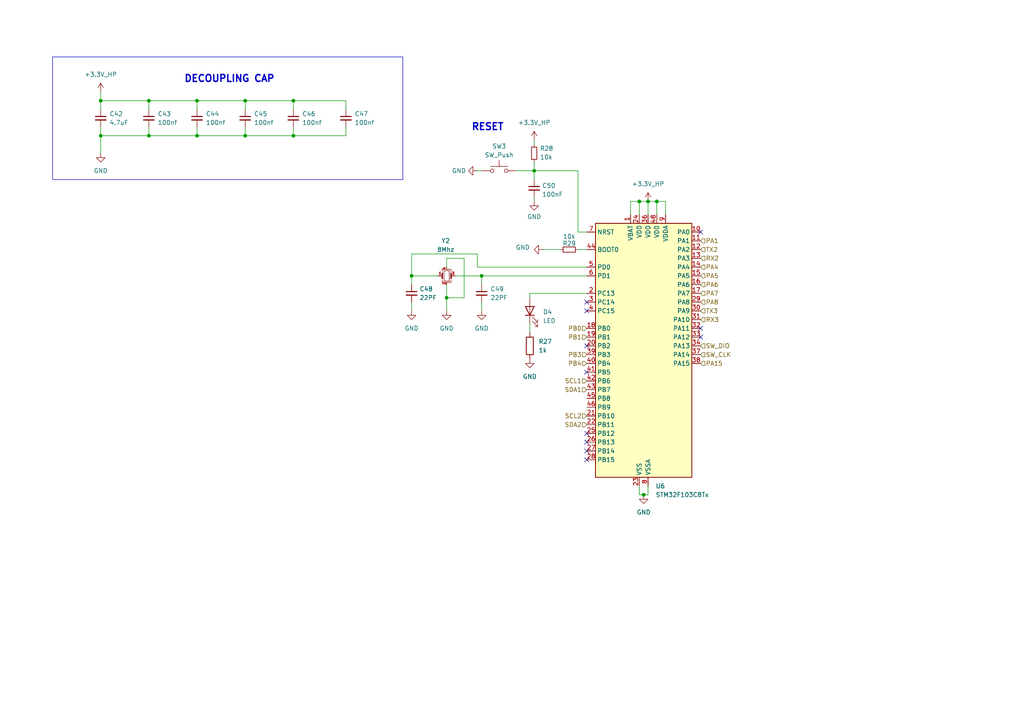
<source format=kicad_sch>
(kicad_sch (version 20231120) (generator "eeschema") (generator_version "8.0")
  (paper "A4")
  (lib_symbols
    (symbol "Device:C_Small" (pin_numbers hide) (pin_names (offset 0.254) hide)
      (property "Reference" "C" (at 0.254 1.778 0))
      (property "Value" "C_Small" (at 0.254 -2.032 0))
      (symbol "C_Small_0_1"
        (polyline (pts (xy -1.524 -0.508) (xy 1.524 -0.508)) (stroke (width 0.3302)))
        (polyline (pts (xy -1.524 0.508) (xy 1.524 0.508)) (stroke (width 0.3048)))
      )
      (symbol "C_Small_1_1"
        (pin passive line (at 0 2.54 270) (length 2.032) (name "~") (number "1"))
        (pin passive line (at 0 -2.54 90) (length 2.032) (name "~") (number "2"))
      )
    )
    (symbol "Device:Crystal_GND24_Small" (pin_names (offset 1.016) hide)
      (property "Reference" "Y" (at 1.27 4.445 0))
      (property "Value" "Crystal_GND24_Small" (at 1.27 2.54 0))
      (symbol "Crystal_GND24_Small_0_1"
        (rectangle (start -0.762 -1.524) (end 0.762 1.524))
        (polyline (pts (xy -1.27 -0.762) (xy -1.27 0.762)) (stroke (width 0.381)))
        (polyline (pts (xy 1.27 -0.762) (xy 1.27 0.762)) (stroke (width 0.381)))
        (polyline (pts (xy -1.27 -1.27) (xy -1.27 -1.905) (xy 1.27 -1.905) (xy 1.27 -1.27)))
        (polyline (pts (xy -1.27 1.27) (xy -1.27 1.905) (xy 1.27 1.905) (xy 1.27 1.27)))
      )
      (symbol "Crystal_GND24_Small_1_1"
        (pin passive line (at -2.54 0 0) (length 1.27) (name "1") (number "1"))
        (pin passive line (at 0 -2.54 90) (length 0.635) (name "2") (number "2"))
        (pin passive line (at 2.54 0 180) (length 1.27) (name "3") (number "3"))
        (pin passive line (at 0 2.54 270) (length 0.635) (name "4") (number "4"))
      )
    )
    (symbol "Device:LED" (pin_numbers hide) (pin_names (offset 1.016) hide)
      (property "Reference" "D" (at 0 2.54 0))
      (property "Value" "LED" (at 0 -2.54 0))
      (symbol "LED_0_1"
        (polyline (pts (xy -1.27 -1.27) (xy -1.27 1.27)) (stroke (width 0.254)))
        (polyline (pts (xy -1.27 0) (xy 1.27 0)))
        (polyline (pts (xy 1.27 -1.27) (xy 1.27 1.27) (xy -1.27 0) (xy 1.27 -1.27)) (stroke (width 0.254)))
        (polyline (pts (xy -3.048 -0.762) (xy -4.572 -2.286) (xy -3.81 -2.286) (xy -4.572 -2.286) (xy -4.572 -1.524)))
        (polyline (pts (xy -1.778 -0.762) (xy -3.302 -2.286) (xy -2.54 -2.286) (xy -3.302 -2.286) (xy -3.302 -1.524)))
      )
      (symbol "LED_1_1"
        (pin passive line (at -3.81 0 0) (length 2.54) (name "K") (number "1"))
        (pin passive line (at 3.81 0 180) (length 2.54) (name "A") (number "2"))
      )
    )
    (symbol "Device:R" (pin_numbers hide) (pin_names (offset 0))
      (property "Reference" "R" (at 2.032 0 90))
      (property "Value" "R" (at 0 0 90))
      (symbol "R_0_1"
        (rectangle (start -1.016 -2.54) (end 1.016 2.54) (stroke (width 0.254)))
      )
      (symbol "R_1_1"
        (pin passive line (at 0 3.81 270) (length 1.27) (name "~") (number "1"))
        (pin passive line (at 0 -3.81 90) (length 1.27) (name "~") (number "2"))
      )
    )
    (symbol "Device:R_Small" (pin_numbers hide) (pin_names (offset 0.254) hide)
      (property "Reference" "R" (at 0.762 0.508 0))
      (property "Value" "R_Small" (at 0.762 -1.016 0))
      (symbol "R_Small_0_1"
        (rectangle (start -0.762 1.778) (end 0.762 -1.778) (stroke (width 0.2032)))
      )
      (symbol "R_Small_1_1"
        (pin passive line (at 0 2.54 270) (length 0.762) (name "~") (number "1"))
        (pin passive line (at 0 -2.54 90) (length 0.762) (name "~") (number "2"))
      )
    )
    (symbol "MCU_ST_STM32F1:STM32F103C8Tx"
      (property "Reference" "U" (at -12.7 39.37 0))
      (property "Value" "STM32F103C8Tx" (at 10.16 39.37 0))
      (symbol "STM32F103C8Tx_0_1"
        (rectangle (start -12.7 -35.56) (end 15.24 38.1) (stroke (width 0.254)) (fill (type background)))
      )
      (symbol "STM32F103C8Tx_1_1"
        (pin power_in line (at -2.54 40.64 270) (length 2.54) (name "VBAT") (number "1"))
        (pin bidirectional line (at 17.78 35.56 180) (length 2.54) (name "PA0") (number "10"))
        (pin bidirectional line (at 17.78 33.02 180) (length 2.54) (name "PA1") (number "11"))
        (pin bidirectional line (at 17.78 30.48 180) (length 2.54) (name "PA2") (number "12"))
        (pin bidirectional line (at 17.78 27.94 180) (length 2.54) (name "PA3") (number "13"))
        (pin bidirectional line (at 17.78 25.4 180) (length 2.54) (name "PA4") (number "14"))
        (pin bidirectional line (at 17.78 22.86 180) (length 2.54) (name "PA5") (number "15"))
        (pin bidirectional line (at 17.78 20.32 180) (length 2.54) (name "PA6") (number "16"))
        (pin bidirectional line (at 17.78 17.78 180) (length 2.54) (name "PA7") (number "17"))
        (pin bidirectional line (at -15.24 7.62 0) (length 2.54) (name "PB0") (number "18"))
        (pin bidirectional line (at -15.24 5.08 0) (length 2.54) (name "PB1") (number "19"))
        (pin bidirectional line (at -15.24 17.78 0) (length 2.54) (name "PC13") (number "2"))
        (pin bidirectional line (at -15.24 2.54 0) (length 2.54) (name "PB2") (number "20"))
        (pin bidirectional line (at -15.24 -17.78 0) (length 2.54) (name "PB10") (number "21"))
        (pin bidirectional line (at -15.24 -20.32 0) (length 2.54) (name "PB11") (number "22"))
        (pin power_in line (at 0 -38.1 90) (length 2.54) (name "VSS") (number "23"))
        (pin power_in line (at 0 40.64 270) (length 2.54) (name "VDD") (number "24"))
        (pin bidirectional line (at -15.24 -22.86 0) (length 2.54) (name "PB12") (number "25"))
        (pin bidirectional line (at -15.24 -25.4 0) (length 2.54) (name "PB13") (number "26"))
        (pin bidirectional line (at -15.24 -27.94 0) (length 2.54) (name "PB14") (number "27"))
        (pin bidirectional line (at -15.24 -30.48 0) (length 2.54) (name "PB15") (number "28"))
        (pin bidirectional line (at 17.78 15.24 180) (length 2.54) (name "PA8") (number "29"))
        (pin bidirectional line (at -15.24 15.24 0) (length 2.54) (name "PC14") (number "3"))
        (pin bidirectional line (at 17.78 12.7 180) (length 2.54) (name "PA9") (number "30"))
        (pin bidirectional line (at 17.78 10.16 180) (length 2.54) (name "PA10") (number "31"))
        (pin bidirectional line (at 17.78 7.62 180) (length 2.54) (name "PA11") (number "32"))
        (pin bidirectional line (at 17.78 5.08 180) (length 2.54) (name "PA12") (number "33"))
        (pin bidirectional line (at 17.78 2.54 180) (length 2.54) (name "PA13") (number "34"))
        (pin passive line (at 0 -38.1 90) (length 2.54) hide (name "VSS") (number "35"))
        (pin power_in line (at 2.54 40.64 270) (length 2.54) (name "VDD") (number "36"))
        (pin bidirectional line (at 17.78 0 180) (length 2.54) (name "PA14") (number "37"))
        (pin bidirectional line (at 17.78 -2.54 180) (length 2.54) (name "PA15") (number "38"))
        (pin bidirectional line (at -15.24 0 0) (length 2.54) (name "PB3") (number "39"))
        (pin bidirectional line (at -15.24 12.7 0) (length 2.54) (name "PC15") (number "4"))
        (pin bidirectional line (at -15.24 -2.54 0) (length 2.54) (name "PB4") (number "40"))
        (pin bidirectional line (at -15.24 -5.08 0) (length 2.54) (name "PB5") (number "41"))
        (pin bidirectional line (at -15.24 -7.62 0) (length 2.54) (name "PB6") (number "42"))
        (pin bidirectional line (at -15.24 -10.16 0) (length 2.54) (name "PB7") (number "43"))
        (pin input line (at -15.24 30.48 0) (length 2.54) (name "BOOT0") (number "44"))
        (pin bidirectional line (at -15.24 -12.7 0) (length 2.54) (name "PB8") (number "45"))
        (pin bidirectional line (at -15.24 -15.24 0) (length 2.54) (name "PB9") (number "46"))
        (pin passive line (at 0 -38.1 90) (length 2.54) hide (name "VSS") (number "47"))
        (pin power_in line (at 5.08 40.64 270) (length 2.54) (name "VDD") (number "48"))
        (pin bidirectional line (at -15.24 25.4 0) (length 2.54) (name "PD0") (number "5"))
        (pin bidirectional line (at -15.24 22.86 0) (length 2.54) (name "PD1") (number "6"))
        (pin input line (at -15.24 35.56 0) (length 2.54) (name "NRST") (number "7"))
        (pin power_in line (at 2.54 -38.1 90) (length 2.54) (name "VSSA") (number "8"))
        (pin power_in line (at 7.62 40.64 270) (length 2.54) (name "VDDA") (number "9"))
      )
    )
    (symbol "Switch:SW_Push" (pin_numbers hide) (pin_names (offset 1.016) hide)
      (property "Reference" "SW" (at 1.27 2.54 0))
      (property "Value" "SW_Push" (at 0 -1.524 0))
      (symbol "SW_Push_0_1"
        (circle (center -2.032 0) (radius 0.508))
        (polyline (pts (xy 0 1.27) (xy 0 3.048)))
        (polyline (pts (xy 2.54 1.27) (xy -2.54 1.27)))
        (circle (center 2.032 0) (radius 0.508))
        (pin passive line (at -5.08 0 0) (length 2.54) (name "1") (number "1"))
        (pin passive line (at 5.08 0 180) (length 2.54) (name "2") (number "2"))
      )
    )
    (symbol "power:+3.3V" (power) (pin_numbers hide) (pin_names (offset 0) hide)
      (property "Value" "+3.3V" (at 0 3.556 0))
      (symbol "+3.3V_0_1"
        (polyline (pts (xy -0.762 1.27) (xy 0 2.54)))
        (polyline (pts (xy 0 0) (xy 0 2.54)))
        (polyline (pts (xy 0 2.54) (xy 0.762 1.27)))
      )
      (symbol "+3.3V_1_1"
        (pin power_in line (at 0 0 90) (length 0) (name "~") (number "1"))
      )
    )
    (symbol "power:GND" (power) (pin_names (offset 0))
      (property "Value" "GND" (at 0 -3.81 0))
      (symbol "GND_0_1"
        (polyline (pts (xy 0 0) (xy 0 -1.27) (xy 1.27 -1.27) (xy 0 -2.54) (xy -1.27 -1.27) (xy 0 -1.27)))
      )
      (symbol "GND_1_1"
        (pin power_in line (at 0 0 270) (length 0) hide (name "GND") (number "1"))
      )
    )
  )
  (junction (at 139.7 80.01))
  (junction (at 43.18 29.21))
  (junction (at 154.94 49.53))
  (junction (at 85.09 29.21))
  (junction (at 85.09 39.37))
  (junction (at 119.38 80.01))
  (junction (at 71.12 39.37))
  (junction (at 186.69 143.51))
  (junction (at 129.54 86.36))
  (junction (at 29.21 29.21))
  (junction (at 57.15 29.21))
  (junction (at 187.96 58.42))
  (junction (at 190.5 58.42))
  (junction (at 57.15 39.37))
  (junction (at 185.42 58.42))
  (junction (at 43.18 39.37))
  (junction (at 71.12 29.21))
  (junction (at 29.21 39.37))
  (no_connect (at 203.2 67.31))
  (no_connect (at 170.18 107.95))
  (no_connect (at 170.18 90.17))
  (no_connect (at 170.18 100.33))
  (no_connect (at 170.18 128.27))
  (no_connect (at 170.18 130.81))
  (no_connect (at 203.2 97.79))
  (no_connect (at 170.18 133.35))
  (no_connect (at 170.18 87.63))
  (no_connect (at 170.18 125.73))
  (no_connect (at 203.2 95.25))
  (wire (pts (xy 170.18 85.09) (xy 153.67 85.09)))
  (wire (pts (xy 182.88 62.23) (xy 182.88 58.42)))
  (wire (pts (xy 85.09 29.21) (xy 71.12 29.21)))
  (wire (pts (xy 129.54 74.93) (xy 129.54 77.47)))
  (wire (pts (xy 71.12 36.83) (xy 71.12 39.37)))
  (wire (pts (xy 29.21 26.67) (xy 29.21 29.21)))
  (wire (pts (xy 187.96 143.51) (xy 187.96 140.97)))
  (wire (pts (xy 187.96 58.42) (xy 190.5 58.42)))
  (wire (pts (xy 129.54 86.36) (xy 129.54 90.17)))
  (wire (pts (xy 153.67 93.98) (xy 153.67 96.52)))
  (wire (pts (xy 154.94 52.07) (xy 154.94 49.53)))
  (wire (pts (xy 85.09 36.83) (xy 85.09 39.37)))
  (wire (pts (xy 162.56 72.39) (xy 157.48 72.39)))
  (wire (pts (xy 71.12 29.21) (xy 71.12 31.75)))
  (wire (pts (xy 186.69 143.51) (xy 187.96 143.51)))
  (wire (pts (xy 154.94 40.64) (xy 154.94 41.91)))
  (wire (pts (xy 139.7 80.01) (xy 170.18 80.01)))
  (wire (pts (xy 29.21 36.83) (xy 29.21 39.37)))
  (wire (pts (xy 167.64 49.53) (xy 154.94 49.53)))
  (wire (pts (xy 190.5 58.42) (xy 190.5 62.23)))
  (wire (pts (xy 71.12 39.37) (xy 85.09 39.37)))
  (wire (pts (xy 71.12 29.21) (xy 57.15 29.21)))
  (wire (pts (xy 43.18 29.21) (xy 29.21 29.21)))
  (wire (pts (xy 85.09 29.21) (xy 85.09 31.75)))
  (wire (pts (xy 138.43 77.47) (xy 170.18 77.47)))
  (wire (pts (xy 57.15 29.21) (xy 43.18 29.21)))
  (wire (pts (xy 134.62 74.93) (xy 134.62 86.36)))
  (wire (pts (xy 185.42 58.42) (xy 185.42 62.23)))
  (wire (pts (xy 29.21 29.21) (xy 29.21 31.75)))
  (wire (pts (xy 134.62 86.36) (xy 129.54 86.36)))
  (wire (pts (xy 154.94 58.42) (xy 154.94 57.15)))
  (wire (pts (xy 167.64 49.53) (xy 167.64 67.31)))
  (wire (pts (xy 193.04 58.42) (xy 193.04 62.23)))
  (wire (pts (xy 182.88 58.42) (xy 185.42 58.42)))
  (wire (pts (xy 139.7 80.01) (xy 139.7 82.55)))
  (wire (pts (xy 154.94 46.99) (xy 154.94 49.53)))
  (wire (pts (xy 100.33 29.21) (xy 85.09 29.21)))
  (wire (pts (xy 57.15 36.83) (xy 57.15 39.37)))
  (wire (pts (xy 29.21 39.37) (xy 43.18 39.37)))
  (wire (pts (xy 132.08 80.01) (xy 139.7 80.01)))
  (wire (pts (xy 139.7 87.63) (xy 139.7 90.17)))
  (wire (pts (xy 129.54 82.55) (xy 129.54 86.36)))
  (wire (pts (xy 119.38 73.66) (xy 119.38 80.01)))
  (wire (pts (xy 43.18 39.37) (xy 57.15 39.37)))
  (wire (pts (xy 149.86 49.53) (xy 154.94 49.53)))
  (wire (pts (xy 119.38 80.01) (xy 119.38 82.55)))
  (wire (pts (xy 119.38 73.66) (xy 138.43 73.66)))
  (wire (pts (xy 129.54 74.93) (xy 134.62 74.93)))
  (wire (pts (xy 100.33 39.37) (xy 100.33 36.83)))
  (wire (pts (xy 170.18 72.39) (xy 167.64 72.39)))
  (wire (pts (xy 138.43 73.66) (xy 138.43 77.47)))
  (wire (pts (xy 43.18 29.21) (xy 43.18 31.75)))
  (wire (pts (xy 85.09 39.37) (xy 100.33 39.37)))
  (wire (pts (xy 119.38 80.01) (xy 127 80.01)))
  (wire (pts (xy 119.38 87.63) (xy 119.38 90.17)))
  (wire (pts (xy 29.21 39.37) (xy 29.21 44.45)))
  (wire (pts (xy 138.43 49.53) (xy 139.7 49.53)))
  (wire (pts (xy 167.64 67.31) (xy 170.18 67.31)))
  (wire (pts (xy 57.15 39.37) (xy 71.12 39.37)))
  (wire (pts (xy 185.42 58.42) (xy 187.96 58.42)))
  (wire (pts (xy 190.5 58.42) (xy 193.04 58.42)))
  (wire (pts (xy 187.96 58.42) (xy 187.96 62.23)))
  (wire (pts (xy 57.15 29.21) (xy 57.15 31.75)))
  (wire (pts (xy 43.18 36.83) (xy 43.18 39.37)))
  (wire (pts (xy 100.33 31.75) (xy 100.33 29.21)))
  (wire (pts (xy 185.42 143.51) (xy 186.69 143.51)))
  (wire (pts (xy 153.67 85.09) (xy 153.67 86.36)))
  (wire (pts (xy 185.42 140.97) (xy 185.42 143.51)))
  (rectangle (start 15.24 16.51) (end 116.84 52.07))
  (text "RESET \n" (at 136.652 38.1 0) (effects (font (size 2 2) (bold yes)) (justify left bottom)))
  (text "DECOUPLING CAP\n" (at 53.34 24.13 0) (effects (font (size 2 2) (thickness 0.4) (bold yes)) (justify left bottom)))
  (hierarchical_label "SCL1" (shape input) (at 170.18 110.49 180))
  (hierarchical_label "RX3" (shape input) (at 203.2 92.71 0))
  (hierarchical_label "PB3" (shape input) (at 170.18 102.87 180))
  (hierarchical_label "PA8" (shape input) (at 203.2 87.63 0))
  (hierarchical_label "TX3" (shape input) (at 203.2 90.17 0))
  (hierarchical_label "PA6" (shape input) (at 203.2 82.55 0))
  (hierarchical_label "SW_CLK" (shape input) (at 203.2 102.87 0))
  (hierarchical_label "PB1" (shape input) (at 170.18 97.79 180))
  (hierarchical_label "SDA2" (shape input) (at 170.18 123.19 180))
  (hierarchical_label "PA7" (shape input) (at 203.2 85.09 0))
  (hierarchical_label "PA4" (shape input) (at 203.2 77.47 0))
  (hierarchical_label "TX2" (shape input) (at 203.2 72.39 0))
  (hierarchical_label "SDA1" (shape input) (at 170.18 113.03 180))
  (hierarchical_label "PA1" (shape input) (at 203.2 69.85 0))
  (hierarchical_label "PA5" (shape input) (at 203.2 80.01 0))
  (hierarchical_label "SW_DIO" (shape input) (at 203.2 100.33 0))
  (hierarchical_label "SCL2" (shape input) (at 170.18 120.65 180))
  (hierarchical_label "RX2" (shape input) (at 203.2 74.93 0))
  (hierarchical_label "PB4" (shape input) (at 170.18 105.41 180))
  (hierarchical_label "PA15" (shape input) (at 203.2 105.41 0))
  (hierarchical_label "PB0" (shape input) (at 170.18 95.25 180))
  (symbol (lib_id "Device:C_Small") (at 139.7 85.09 0) (unit 1)
    (property "Reference" "C49" (at 142.24 83.8262 0) (effects (justify left)))
    (property "Value" "22PF" (at 142.24 86.3662 0) (effects (justify left)))
    (property "Footprint" "Capacitor_SMD:C_0402_1005Metric" (effects (hide yes)))
  )
  (symbol (lib_id "Device:R_Small") (at 165.1 72.39 270) (unit 1)
    (property "Reference" "R29" (at 165.1 70.612 90))
    (property "Value" "10k" (at 165.1 68.58 90))
    (property "Footprint" "Resistor_SMD:R_0402_1005Metric" (effects (hide yes)))
  )
  (symbol (lib_id "power:GND") (at 157.48 72.39 270) (unit 1)
    (property "Reference" "#PWR072" (effects (hide yes)))
    (property "Value" "GND" (at 153.67 71.755 90) (effects (justify right)))
  )
  (symbol (lib_id "power:GND") (at 29.21 44.45 0) (unit 1)
    (property "Reference" "#PWR064" (effects (hide yes)))
    (property "Value" "GND" (at 29.21 49.53 0))
  )
  (symbol (lib_id "Device:C_Small") (at 29.21 34.29 0) (unit 1)
    (property "Reference" "C42" (at 31.75 33.0262 0) (effects (justify left)))
    (property "Value" "4.7uF" (at 31.75 35.5662 0) (effects (justify left)))
    (property "Footprint" "Capacitor_SMD:C_0603_1608Metric" (effects (hide yes)))
  )
  (symbol (lib_id "Device:C_Small") (at 71.12 34.29 0) (unit 1)
    (property "Reference" "C45" (at 73.66 33.0262 0) (effects (justify left)))
    (property "Value" "100nf" (at 73.66 35.5662 0) (effects (justify left)))
    (property "Footprint" "Capacitor_SMD:C_0402_1005Metric" (effects (hide yes)))
  )
  (symbol (lib_id "power:GND") (at 186.69 143.51 0) (unit 1)
    (property "Reference" "#PWR073" (effects (hide yes)))
    (property "Value" "GND" (at 186.69 148.59 0))
  )
  (symbol (lib_id "Device:Crystal_GND24_Small") (at 129.54 80.01 0) (unit 1)
    (property "Reference" "Y2" (at 129.286 69.85 0))
    (property "Value" "8Mhz" (at 129.286 72.39 0))
    (property "Footprint" "Crystal:Crystal_SMD_3225-4Pin_3.2x2.5mm" (effects (hide yes)))
  )
  (symbol (lib_id "power:+3.3V") (at 154.94 40.64 0) (unit 1)
    (property "Reference" "#PWR070" (effects (hide yes)))
    (property "Value" "+3.3V_HP" (at 154.94 35.56 0))
    (property "Description" "Power symbol creates a global label with name \"+3.3V\"" (effects (hide yes)))
  )
  (symbol (lib_id "power:GND") (at 139.7 90.17 0) (unit 1)
    (property "Reference" "#PWR068" (effects (hide yes)))
    (property "Value" "GND" (at 139.7 95.25 0))
  )
  (symbol (lib_id "Device:C_Small") (at 100.33 34.29 0) (unit 1)
    (property "Reference" "C47" (at 102.87 33.0262 0) (effects (justify left)))
    (property "Value" "100nf" (at 102.87 35.5662 0) (effects (justify left)))
    (property "Footprint" "Capacitor_SMD:C_0402_1005Metric" (effects (hide yes)))
  )
  (symbol (lib_id "MCU_ST_STM32F1:STM32F103C8Tx") (at 185.42 102.87 0) (unit 1)
    (property "Reference" "U6" (at 190.1541 140.97 0) (effects (justify left)))
    (property "Value" "STM32F103C8Tx" (at 190.1541 143.51 0) (effects (justify left)))
    (property "Footprint" "Package_QFP:LQFP-48_7x7mm_P0.5mm" (effects (hide yes)))
    (property "Datasheet" "https://www.st.com/resource/en/datasheet/stm32f103c8.pdf" (effects (hide yes)))
    (property "Description" "STMicroelectronics Arm Cortex-M3 MCU, 64KB flash, 20KB RAM, 72 MHz, 2.0-3.6V, 37 GPIO, LQFP48" (effects (hide yes)))
  )
  (symbol (lib_id "Device:C_Small") (at 43.18 34.29 0) (unit 1)
    (property "Reference" "C43" (at 45.72 33.0262 0) (effects (justify left)))
    (property "Value" "100nf" (at 45.72 35.5662 0) (effects (justify left)))
    (property "Footprint" "Capacitor_SMD:C_0402_1005Metric" (effects (hide yes)))
  )
  (symbol (lib_id "Device:C_Small") (at 154.94 54.61 0) (unit 1)
    (property "Reference" "C50" (at 157.226 53.848 0) (effects (justify left)))
    (property "Value" "100nF" (at 157.226 56.388 0) (effects (justify left)))
    (property "Footprint" "Capacitor_SMD:C_0402_1005Metric" (effects (hide yes)))
  )
  (symbol (lib_id "power:GND") (at 119.38 90.17 0) (unit 1)
    (property "Reference" "#PWR065" (effects (hide yes)))
    (property "Value" "GND" (at 119.38 95.25 0))
  )
  (symbol (lib_id "Device:C_Small") (at 57.15 34.29 0) (unit 1)
    (property "Reference" "C44" (at 59.69 33.0262 0) (effects (justify left)))
    (property "Value" "100nf" (at 59.69 35.5662 0) (effects (justify left)))
    (property "Footprint" "Capacitor_SMD:C_0402_1005Metric" (effects (hide yes)))
  )
  (symbol (lib_id "power:GND") (at 138.43 49.53 270) (unit 1)
    (property "Reference" "#PWR067" (effects (hide yes)))
    (property "Value" "GND" (at 131.064 49.53 90) (effects (justify left)))
  )
  (symbol (lib_id "Device:LED") (at 153.67 90.17 90) (unit 1)
    (property "Reference" "D4" (at 157.48 90.4874 90) (effects (justify right)))
    (property "Value" "LED" (at 157.48 93.0274 90) (effects (justify right)))
    (property "Footprint" "LED_SMD:LED_0603_1608Metric_Pad1.05x0.95mm_HandSolder" (effects (hide yes)))
    (property "Description" "Light emitting diode" (effects (hide yes)))
  )
  (symbol (lib_id "Device:C_Small") (at 119.38 85.09 0) (unit 1)
    (property "Reference" "C48" (at 121.666 83.82 0) (effects (justify left)))
    (property "Value" "22PF" (at 121.666 86.36 0) (effects (justify left)))
    (property "Footprint" "Capacitor_SMD:C_0402_1005Metric" (effects (hide yes)))
  )
  (symbol (lib_id "power:GND") (at 129.54 90.17 0) (unit 1)
    (property "Reference" "#PWR066" (effects (hide yes)))
    (property "Value" "GND" (at 129.54 95.25 0))
  )
  (symbol (lib_id "Switch:SW_Push") (at 144.78 49.53 0) (unit 1)
    (property "Reference" "SW3" (at 144.78 42.418 0))
    (property "Value" "SW_Push" (at 144.78 44.958 0))
    (property "Footprint" "Button_Switch_SMD:SW_Tactile_SPST_NO_Straight_CK_PTS636Sx25SMTRLFS" (effects (hide yes)))
  )
  (symbol (lib_id "power:+3.3V") (at 187.96 58.42 0) (unit 1)
    (property "Reference" "#PWR074" (effects (hide yes)))
    (property "Value" "+3.3V_HP" (at 187.96 53.34 0))
    (property "Description" "Power symbol creates a global label with name \"+3.3V\"" (effects (hide yes)))
  )
  (symbol (lib_id "Device:C_Small") (at 85.09 34.29 0) (unit 1)
    (property "Reference" "C46" (at 87.63 33.0262 0) (effects (justify left)))
    (property "Value" "100nf" (at 87.63 35.5662 0) (effects (justify left)))
    (property "Footprint" "Capacitor_SMD:C_0402_1005Metric" (effects (hide yes)))
  )
  (symbol (lib_id "Device:R_Small") (at 154.94 44.45 0) (unit 1)
    (property "Reference" "R28" (at 156.591 43.053 0) (effects (justify left)))
    (property "Value" "10k" (at 156.591 45.593 0) (effects (justify left)))
    (property "Footprint" "Resistor_SMD:R_0402_1005Metric" (effects (hide yes)))
  )
  (symbol (lib_id "power:+3.3V") (at 29.21 26.67 0) (unit 1)
    (property "Reference" "#PWR063" (effects (hide yes)))
    (property "Value" "+3.3V_HP" (at 29.21 21.59 0))
    (property "Description" "Power symbol creates a global label with name \"+3.3V\"" (effects (hide yes)))
  )
  (symbol (lib_id "Device:R") (at 153.67 100.33 0) (unit 1)
    (property "Reference" "R27" (at 156.21 99.0599 0) (effects (justify left)))
    (property "Value" "1k" (at 156.21 101.5999 0) (effects (justify left)))
    (property "Footprint" "Resistor_SMD:R_0402_1005Metric" (effects (hide yes)))
    (property "Description" "Resistor" (effects (hide yes)))
  )
  (symbol (lib_id "power:GND") (at 153.67 104.14 0) (unit 1)
    (property "Reference" "#PWR069" (effects (hide yes)))
    (property "Value" "GND" (at 153.67 109.22 0))
  )
  (symbol (lib_id "power:GND") (at 154.94 58.42 0) (unit 1)
    (property "Reference" "#PWR071" (effects (hide yes)))
    (property "Value" "GND" (at 154.94 62.865 0))
  )
)
</source>
